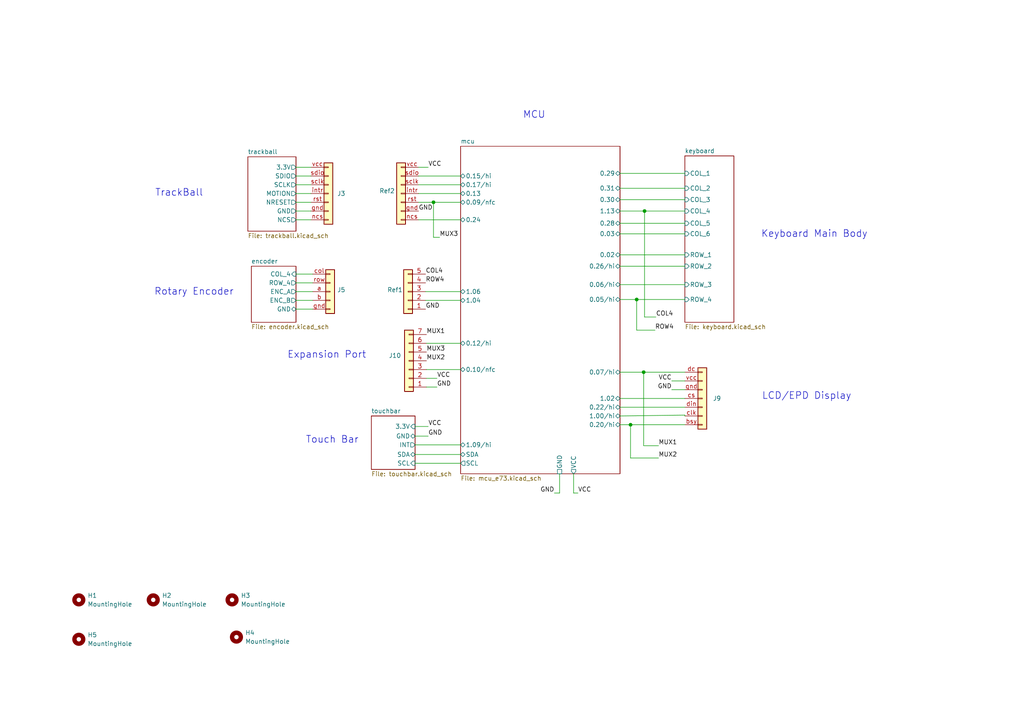
<source format=kicad_sch>
(kicad_sch (version 20211123) (generator eeschema)
  (paper "A4")
  (lib_symbols
    (symbol "Conn_01x05_1" (pin_names (offset 1.016) hide)
      (property "Reference" "J5" (at -1.016 3.302 0))
      (symbol "Conn_01x05_1_1_1"
        (rectangle (start -1.27 -4.953) (end 0 -5.207) (stroke (width 0.1524)))
        (rectangle (start -1.27 -2.413) (end 0 -2.667) (stroke (width 0.1524)))
        (rectangle (start -1.27 0.127) (end 0 -0.127) (stroke (width 0.1524)))
        (rectangle (start -1.27 2.667) (end 0 2.413) (stroke (width 0.1524)))
        (rectangle (start -1.27 5.207) (end 0 4.953) (stroke (width 0.1524)))
        (rectangle (start -1.27 6.35) (end 1.27 -6.35) (stroke (width 0.254)) (fill (type background)))
        (pin passive line (at -5.08 0 0) (length 3.81) (name "a") (number "a"))
        (pin passive line (at -5.08 -2.54 0) (length 3.81) (name "b") (number "b"))
        (pin passive line (at -5.08 5.08 0) (length 3.81) (name "col") (number "col"))
        (pin passive line (at -5.08 -5.08 0) (length 3.81) (name "gnd") (number "gnd"))
        (pin passive line (at -5.08 2.54 0) (length 3.81) (name "row") (number "row"))
      )
    )
    (symbol "Conn_01x07_1" (pin_names (offset 1.016) hide)
      (property "Reference" "J3" (at 2.54 1.2701 0))
      (property "Value" "Conn_01x07" (at 2.54 -1.2699 0))
      (symbol "Conn_01x07_1_1_1"
        (rectangle (start -1.27 -7.493) (end 0 -7.747) (stroke (width 0.1524)))
        (rectangle (start -1.27 -4.953) (end 0 -5.207) (stroke (width 0.1524)))
        (rectangle (start -1.27 -2.413) (end 0 -2.667) (stroke (width 0.1524)))
        (rectangle (start -1.27 0.127) (end 0 -0.127) (stroke (width 0.1524)))
        (rectangle (start -1.27 2.667) (end 0 2.413) (stroke (width 0.1524)))
        (rectangle (start -1.27 5.207) (end 0 4.953) (stroke (width 0.1524)))
        (rectangle (start -1.27 7.747) (end 0 7.493) (stroke (width 0.1524)))
        (rectangle (start -1.27 8.89) (end 1.27 -8.89) (stroke (width 0.254)) (fill (type background)))
        (pin passive line (at -5.08 -5.08 0) (length 3.81) (name "gnd") (number "gnd"))
        (pin passive line (at -5.08 0 0) (length 3.81) (name "motion") (number "intr"))
        (pin passive line (at -5.08 -7.62 0) (length 3.81) (name "ncs") (number "ncs"))
        (pin passive line (at -5.08 -2.54 0) (length 3.81) (name "rst") (number "rst"))
        (pin passive line (at -5.08 2.54 0) (length 3.81) (name "sclk") (number "sclk"))
        (pin passive line (at -5.08 5.08 0) (length 3.81) (name "sdio") (number "sdio"))
        (pin passive line (at -5.08 7.62 0) (length 3.81) (name "vcc") (number "vcc"))
      )
    )
    (symbol "Conn_01x07_2" (pin_names (offset 1.016) hide)
      (property "Reference" "Ref2" (at -2.54 13.97 0))
      (symbol "Conn_01x07_2_1_1"
        (rectangle (start -1.27 -7.493) (end 0 -7.747) (stroke (width 0.1524)))
        (rectangle (start -1.27 -4.953) (end 0 -5.207) (stroke (width 0.1524)))
        (rectangle (start -1.27 -2.413) (end 0 -2.667) (stroke (width 0.1524)))
        (rectangle (start -1.27 0.127) (end 0 -0.127) (stroke (width 0.1524)))
        (rectangle (start -1.27 2.667) (end 0 2.413) (stroke (width 0.1524)))
        (rectangle (start -1.27 5.207) (end 0 4.953) (stroke (width 0.1524)))
        (rectangle (start -1.27 7.747) (end 0 7.493) (stroke (width 0.1524)))
        (rectangle (start -1.27 8.89) (end 1.27 -8.89) (stroke (width 0.254)) (fill (type background)))
        (pin passive line (at -5.08 5.08 0) (length 3.81) (name "gnd") (number "gnd"))
        (pin passive line (at -5.08 0 0) (length 3.81) (name "motion") (number "intr"))
        (pin passive line (at -5.08 7.62 0) (length 3.81) (name "ncs") (number "ncs"))
        (pin passive line (at -5.08 2.54 0) (length 3.81) (name "rst") (number "rst"))
        (pin passive line (at -5.08 -2.54 0) (length 3.81) (name "sclk") (number "sclk"))
        (pin passive line (at -5.08 -5.08 0) (length 3.81) (name "sdio") (number "sdio"))
        (pin passive line (at -5.08 -7.62 0) (length 3.81) (name "vcc") (number "vcc"))
      )
    )
    (symbol "Connector_Generic:Conn_01x05" (pin_names (offset 1.016) hide)
      (property "Reference" "J" (at 0 7.62 0))
      (property "Value" "Conn_01x05" (at 0 -7.62 0))
      (symbol "Conn_01x05_1_1"
        (rectangle (start -1.27 -4.953) (end 0 -5.207) (stroke (width 0.1524)))
        (rectangle (start -1.27 -2.413) (end 0 -2.667) (stroke (width 0.1524)))
        (rectangle (start -1.27 0.127) (end 0 -0.127) (stroke (width 0.1524)))
        (rectangle (start -1.27 2.667) (end 0 2.413) (stroke (width 0.1524)))
        (rectangle (start -1.27 5.207) (end 0 4.953) (stroke (width 0.1524)))
        (rectangle (start -1.27 6.35) (end 1.27 -6.35) (stroke (width 0.254)) (fill (type background)))
        (pin passive line (at -5.08 5.08 0) (length 3.81) (name "Pin_1") (number "1"))
        (pin passive line (at -5.08 2.54 0) (length 3.81) (name "Pin_2") (number "2"))
        (pin passive line (at -5.08 0 0) (length 3.81) (name "Pin_3") (number "3"))
        (pin passive line (at -5.08 -2.54 0) (length 3.81) (name "Pin_4") (number "4"))
        (pin passive line (at -5.08 -5.08 0) (length 3.81) (name "Pin_5") (number "5"))
      )
    )
    (symbol "Connector_Generic:Conn_01x07" (pin_names (offset 1.016) hide)
      (property "Reference" "J" (at 0 10.16 0))
      (property "Value" "Conn_01x07" (at 0 -10.16 0))
      (symbol "Conn_01x07_1_1"
        (rectangle (start -1.27 -7.493) (end 0 -7.747) (stroke (width 0.1524)))
        (rectangle (start -1.27 -4.953) (end 0 -5.207) (stroke (width 0.1524)))
        (rectangle (start -1.27 -2.413) (end 0 -2.667) (stroke (width 0.1524)))
        (rectangle (start -1.27 0.127) (end 0 -0.127) (stroke (width 0.1524)))
        (rectangle (start -1.27 2.667) (end 0 2.413) (stroke (width 0.1524)))
        (rectangle (start -1.27 5.207) (end 0 4.953) (stroke (width 0.1524)))
        (rectangle (start -1.27 7.747) (end 0 7.493) (stroke (width 0.1524)))
        (rectangle (start -1.27 8.89) (end 1.27 -8.89) (stroke (width 0.254)) (fill (type background)))
        (pin passive line (at -5.08 7.62 0) (length 3.81) (name "Pin_1") (number "1"))
        (pin passive line (at -5.08 5.08 0) (length 3.81) (name "Pin_2") (number "2"))
        (pin passive line (at -5.08 2.54 0) (length 3.81) (name "Pin_3") (number "3"))
        (pin passive line (at -5.08 0 0) (length 3.81) (name "Pin_4") (number "4"))
        (pin passive line (at -5.08 -2.54 0) (length 3.81) (name "Pin_5") (number "5"))
        (pin passive line (at -5.08 -5.08 0) (length 3.81) (name "Pin_6") (number "6"))
        (pin passive line (at -5.08 -7.62 0) (length 3.81) (name "Pin_7") (number "7"))
      )
    )
    (symbol "Mechanical:MountingHole" (pin_names (offset 1.016))
      (property "Reference" "H" (at 0 5.08 0))
      (property "Value" "MountingHole" (at 0 3.175 0))
      (symbol "MountingHole_0_1"
        (circle (center 0 0) (radius 1.27) (stroke (width 1.27)))
      )
    )
    (symbol "mysymbol:Conn_LCD" (pin_names (offset 1.016) hide)
      (property "Reference" "J" (at 0 10.16 0))
      (property "Value" "Conn_LCD" (at 0 -10.16 0))
      (symbol "Conn_LCD_1_1"
        (rectangle (start -1.27 -7.493) (end 0 -7.747) (stroke (width 0.1524)))
        (rectangle (start -1.27 -4.953) (end 0 -5.207) (stroke (width 0.1524)))
        (rectangle (start -1.27 -2.413) (end 0 -2.667) (stroke (width 0.1524)))
        (rectangle (start -1.27 0.127) (end 0 -0.127) (stroke (width 0.1524)))
        (rectangle (start -1.27 2.667) (end 0 2.413) (stroke (width 0.1524)))
        (rectangle (start -1.27 5.207) (end 0 4.953) (stroke (width 0.1524)))
        (rectangle (start -1.27 7.747) (end 0 7.493) (stroke (width 0.1524)))
        (rectangle (start -1.27 8.89) (end 1.27 -8.89) (stroke (width 0.254)) (fill (type background)))
        (pin passive line (at -5.08 -7.62 0) (length 3.81) (name "bsy") (number "bsy"))
        (pin passive line (at -5.08 -5.08 0) (length 3.81) (name "clk") (number "clk"))
        (pin passive line (at -5.08 0 0) (length 3.81) (name "cs") (number "cs"))
        (pin passive line (at -5.08 7.62 0) (length 3.81) (name "dc") (number "dc"))
        (pin passive line (at -5.08 -2.54 0) (length 3.81) (name "din") (number "din"))
        (pin passive line (at -5.08 2.54 0) (length 3.81) (name "gnd") (number "gnd"))
        (pin passive line (at -5.08 5.08 0) (length 3.81) (name "vcc") (number "vcc"))
      )
    )
  )
  (junction (at 186.69 107.95))
  (junction (at 182.88 123.19))
  (junction (at 184.658 86.868))
  (junction (at 186.944 61.214))
  (junction (at 125.73 58.674))
  (wire (pts (xy 194.818 113.03) (xy 198.628 113.03)))
  (wire (pts (xy 85.852 82.042) (xy 90.678 82.042)))
  (wire (pts (xy 194.818 110.49) (xy 198.628 110.49)))
  (wire (pts (xy 179.832 115.57) (xy 198.628 115.57)))
  (wire (pts (xy 179.832 64.77) (xy 198.628 64.77)))
  (wire (pts (xy 179.832 82.55) (xy 198.628 82.55)))
  (wire (pts (xy 179.832 50.292) (xy 198.628 50.292)))
  (wire (pts (xy 120.396 131.826) (xy 133.604 131.826)))
  (wire (pts (xy 127.508 68.834) (xy 125.73 68.834)))
  (wire (pts (xy 121.412 53.594) (xy 133.604 53.594)))
  (wire (pts (xy 198.628 120.396) (xy 198.628 120.65)))
  (wire (pts (xy 198.628 123.19) (xy 182.88 123.19)))
  (wire (pts (xy 85.852 56.134) (xy 90.17 56.134)))
  (wire (pts (xy 125.73 58.674) (xy 133.604 58.674)))
  (wire (pts (xy 120.396 129.032) (xy 133.604 129.032)))
  (wire (pts (xy 125.73 58.674) (xy 125.73 68.834)))
  (wire (pts (xy 179.832 120.65) (xy 198.628 120.396)))
  (wire (pts (xy 121.412 48.514) (xy 124.206 48.514)))
  (wire (pts (xy 85.852 84.582) (xy 90.678 84.582)))
  (wire (pts (xy 85.852 79.502) (xy 90.678 79.502)))
  (wire (pts (xy 85.852 89.662) (xy 90.678 89.662)))
  (wire (pts (xy 162.306 143.002) (xy 160.782 143.002)))
  (wire (pts (xy 182.88 123.19) (xy 179.832 123.19)))
  (wire (pts (xy 120.396 126.492) (xy 124.206 126.492)))
  (wire (pts (xy 162.306 137.414) (xy 162.306 143.002)))
  (wire (pts (xy 120.396 134.366) (xy 133.604 134.366)))
  (wire (pts (xy 123.698 99.568) (xy 133.604 99.568)))
  (wire (pts (xy 189.992 95.758) (xy 184.658 95.758)))
  (wire (pts (xy 121.412 58.674) (xy 125.73 58.674)))
  (wire (pts (xy 121.412 56.134) (xy 133.604 56.134)))
  (wire (pts (xy 198.628 118.11) (xy 179.832 118.11)))
  (wire (pts (xy 166.37 143.002) (xy 167.64 143.002)))
  (wire (pts (xy 85.852 58.674) (xy 90.17 58.674)))
  (wire (pts (xy 186.69 129.286) (xy 186.69 107.95)))
  (wire (pts (xy 85.852 61.214) (xy 90.17 61.214)))
  (wire (pts (xy 184.658 95.758) (xy 184.658 86.868)))
  (wire (pts (xy 85.852 48.514) (xy 90.17 48.514)))
  (wire (pts (xy 85.852 63.754) (xy 90.17 63.754)))
  (wire (pts (xy 186.944 91.948) (xy 186.944 61.214)))
  (wire (pts (xy 186.944 61.214) (xy 198.628 61.214)))
  (wire (pts (xy 121.412 51.054) (xy 133.604 51.054)))
  (wire (pts (xy 182.88 132.842) (xy 182.88 123.19)))
  (wire (pts (xy 186.69 107.95) (xy 198.628 107.95)))
  (wire (pts (xy 179.832 57.912) (xy 198.628 57.912)))
  (wire (pts (xy 123.444 87.122) (xy 133.604 87.122)))
  (wire (pts (xy 123.698 109.728) (xy 126.746 109.728)))
  (wire (pts (xy 179.832 54.61) (xy 198.628 54.61)))
  (wire (pts (xy 123.444 84.582) (xy 133.604 84.582)))
  (wire (pts (xy 85.852 53.594) (xy 90.17 53.594)))
  (wire (pts (xy 123.698 107.188) (xy 133.604 107.188)))
  (wire (pts (xy 191.008 132.842) (xy 182.88 132.842)))
  (wire (pts (xy 179.832 77.216) (xy 198.628 77.216)))
  (wire (pts (xy 179.832 67.818) (xy 198.628 67.818)))
  (wire (pts (xy 191.008 129.286) (xy 186.69 129.286)))
  (wire (pts (xy 184.658 86.868) (xy 198.628 86.868)))
  (wire (pts (xy 120.396 123.698) (xy 124.206 123.698)))
  (wire (pts (xy 179.832 61.214) (xy 186.944 61.214)))
  (wire (pts (xy 179.832 86.868) (xy 184.658 86.868)))
  (wire (pts (xy 190.246 91.948) (xy 186.944 91.948)))
  (wire (pts (xy 123.698 112.268) (xy 126.746 112.268)))
  (wire (pts (xy 85.852 87.122) (xy 90.678 87.122)))
  (wire (pts (xy 121.412 63.754) (xy 133.604 63.754)))
  (wire (pts (xy 179.832 73.914) (xy 198.628 73.914)))
  (wire (pts (xy 166.37 137.414) (xy 166.37 143.002)))
  (wire (pts (xy 179.832 107.95) (xy 186.69 107.95)))
  (wire (pts (xy 85.852 51.054) (xy 90.17 51.054)))
  (text "Touch Bar" (at 88.646 128.778 0) (effects (font (size 2 2)) (justify left bottom)))
  (text "Rotary Encoder" (at 44.704 85.852 0) (effects (font (size 2 2)) (justify left bottom)))
  (text "LCD/EPD Display" (at 220.98 116.078 0) (effects (font (size 2 2)) (justify left bottom)))
  (text "Keyboard Main Body" (at 220.726 69.088 0) (effects (font (size 2 2)) (justify left bottom)))
  (text "Expansion Port" (at 83.312 104.14 0) (effects (font (size 2 2)) (justify left bottom)))
  (text "TrackBall" (at 44.958 57.15 0) (effects (font (size 2 2)) (justify left bottom)))
  (text "MCU" (at 151.638 34.544 0) (effects (font (size 2 2)) (justify left bottom)))
  (label "MUX3" (at 123.698 102.108 0))
  (label "MUX2" (at 191.008 132.842 0))
  (label "MUX3" (at 127.508 68.834 0))
  (label "VCC" (at 167.64 143.002 0))
  (label "VCC" (at 126.746 109.728 0))
  (label "GND" (at 194.818 113.03 180))
  (label "VCC" (at 124.206 123.698 0))
  (label "MUX1" (at 191.008 129.286 0))
  (label "GND" (at 123.444 89.662 0))
  (label "ROW4" (at 189.992 95.758 0))
  (label "ROW4" (at 123.444 82.042 0))
  (label "MUX1" (at 123.698 97.028 0))
  (label "GND" (at 160.782 143.002 180))
  (label "GND" (at 121.412 61.214 0))
  (label "GND" (at 124.206 126.492 0))
  (label "GND" (at 126.746 112.268 0))
  (label "VCC" (at 124.206 48.514 0))
  (label "COL4" (at 123.444 79.502 0))
  (label "MUX2" (at 123.698 104.648 0))
  (label "COL4" (at 190.246 91.948 0))
  (label "VCC" (at 194.818 110.49 180))
  (symbol (lib_name "Conn_01x07_2") (lib_id "Connector_Generic:Conn_01x07") (at 116.332 56.134 180) (unit 1) (in_bom no)
    (property "Reference" "Ref2" (at 112.268 55.372 0))
    (property "Value" "Conn_1x07" (effects hide))
    (property "Footprint" "mylib:PMW3610-Ref" (effects hide))
  )
  (symbol (lib_id "Mechanical:MountingHole") (at 22.86 173.99 0) (unit 1) (in_bom no)
    (property "Reference" "H1" (at 25.4 172.7199 0) (effects (justify left)))
    (property "Value" "MountingHole" (at 25.4 175.2599 0) (effects (justify left)))
    (property "Footprint" "MountingHole:MountingHole_3.2mm_M3_DIN965" (effects hide))
  )
  (symbol (lib_id "Connector_Generic:Conn_01x07") (at 118.618 104.648 180) (unit 1)
    (property "Reference" "J10" (at 114.554 103.124 0))
    (property "Value" "Conn_01x07" (effects hide))
    (property "Footprint" "mylib:Magnetic-PogoPin-1x07-Male" (effects hide))
  )
  (symbol (lib_id "mysymbol:Conn_LCD") (at 203.708 115.57 0) (unit 1)
    (property "Reference" "J9" (at 206.756 115.5699 0) (effects (justify left)))
    (property "Value" "Conn_Display_general" (effects hide))
    (property "Footprint" "mylib:Conn_Display_MountHole" (effects hide))
  )
  (symbol (lib_id "Connector_Generic:Conn_01x05") (at 118.364 84.582 180) (unit 1)
    (property "Reference" "Ref1" (at 114.554 84.074 0))
    (property "Value" "Conn_01x05" (effects hide))
    (property "Footprint" "mylib:Panasonic_EVQWGD001_Ref" (effects hide))
  )
  (symbol (lib_name "Conn_01x05_1") (lib_id "Connector_Generic:Conn_01x05") (at 95.758 84.582 0) (unit 1) (in_bom no)
    (property "Reference" "J5" (at 97.79 84.074 0) (effects (justify left)))
    (property "Value" "Conn_01x05" (effects hide))
    (property "Footprint" "mylib:Panasonic_EVQWGD001_Ref_Male" (effects hide))
  )
  (symbol (lib_id "Mechanical:MountingHole") (at 22.86 185.42 0) (unit 1) (in_bom no)
    (property "Reference" "H5" (at 25.4 184.1499 0) (effects (justify left)))
    (property "Value" "MountingHole" (at 25.4 186.6899 0) (effects (justify left)))
    (property "Footprint" "MountingHole:MountingHole_3.2mm_M3_DIN965" (effects hide))
  )
  (symbol (lib_id "Mechanical:MountingHole") (at 44.45 173.99 0) (unit 1) (in_bom no)
    (property "Reference" "H2" (at 46.99 172.7199 0) (effects (justify left)))
    (property "Value" "MountingHole" (at 46.99 175.2599 0) (effects (justify left)))
    (property "Footprint" "MountingHole:MountingHole_3.2mm_M3_DIN965" (effects hide))
  )
  (symbol (lib_id "Mechanical:MountingHole") (at 68.58 184.785 0) (unit 1) (in_bom no)
    (property "Reference" "H4" (at 71.12 183.5149 0) (effects (justify left)))
    (property "Value" "MountingHole" (at 71.12 186.0549 0) (effects (justify left)))
    (property "Footprint" "MountingHole:MountingHole_3.2mm_M3_DIN965" (effects hide))
  )
  (symbol (lib_id "Mechanical:MountingHole") (at 67.31 173.99 0) (unit 1) (in_bom no)
    (property "Reference" "H3" (at 69.85 172.7199 0) (effects (justify left)))
    (property "Value" "MountingHole" (at 69.85 175.2599 0) (effects (justify left)))
    (property "Footprint" "MountingHole:MountingHole_3.2mm_M3_DIN965" (effects hide))
  )
  (symbol (lib_name "Conn_01x07_1") (lib_id "Connector_Generic:Conn_01x07") (at 95.25 56.134 0) (unit 1) (in_bom no)
    (property "Reference" "J3" (at 97.79 56.1339 0) (effects (justify left)))
    (property "Value" "Conn_01x07" (effects hide))
    (property "Footprint" "mylib:PMW3610-Ref-Male" (effects hide))
  )
  (sheet (at 71.882 45.466) (size 13.97 21.59) (stroke (width 0.1524))
    (property "Sheet name" "trackball" (at 71.882 44.7544 0) (effects (justify left bottom)))
    (property "Sheet file" "trackball.kicad_sch" (at 71.882 67.6406 0) (effects (justify left top)))
    (pin "NCS" output (at 85.852 63.754 0))
    (pin "3.3V" output (at 85.852 48.514 0))
    (pin "GND" output (at 85.852 61.214 0))
    (pin "NRESET" output (at 85.852 58.674 0))
    (pin "SDIO" output (at 85.852 51.054 0))
    (pin "SCLK" output (at 85.852 53.594 0))
    (pin "MOTION" output (at 85.852 56.134 0))
  )
  (sheet (at 107.696 120.65) (size 12.7 15.494) (stroke (width 0.1524))
    (property "Sheet name" "touchbar" (at 107.696 119.9384 0) (effects (justify left bottom)))
    (property "Sheet file" "touchbar.kicad_sch" (at 107.696 136.7286 0) (effects (justify left top)))
    (pin "GND" bidirectional (at 120.396 126.492 0))
    (pin "INT" output (at 120.396 129.032 0))
    (pin "SDA" bidirectional (at 120.396 131.826 0))
    (pin "SCL" input (at 120.396 134.366 0))
    (pin "3.3V" input (at 120.396 123.698 0))
  )
  (sheet (at 198.628 45.212) (size 14.224 48.26) (stroke (width 0.1524))
    (property "Sheet name" "keyboard" (at 198.628 44.5004 0) (effects (justify left bottom)))
    (property "Sheet file" "keyboard.kicad_sch" (at 198.628 94.0566 0) (effects (justify left top)))
    (pin "COL_4" input (at 198.628 61.214 180))
    (pin "COL_1" input (at 198.628 50.292 180))
    (pin "COL_2" input (at 198.628 54.61 180))
    (pin "COL_3" input (at 198.628 57.912 180))
    (pin "COL_5" input (at 198.628 64.77 180))
    (pin "ROW_1" input (at 198.628 73.914 180))
    (pin "ROW_4" input (at 198.628 86.868 180))
    (pin "ROW_2" input (at 198.628 77.216 180))
    (pin "ROW_3" input (at 198.628 82.55 180))
    (pin "COL_6" input (at 198.628 67.818 180))
  )
  (sheet (at 133.604 42.418) (size 46.228 94.996) (stroke (width 0.1524))
    (property "Sheet name" "mcu" (at 133.604 41.7064 0) (effects (justify left bottom)))
    (property "Sheet file" "mcu_e73.kicad_sch" (at 133.604 137.9986 0) (effects (justify left top)))
    (pin "VCC" output (at 166.37 137.414 270))
    (pin "GND" passive (at 162.306 137.414 270))
    (pin "0.26{slash}hi" bidirectional (at 179.832 77.216 0))
    (pin "0.06{slash}hi" bidirectional (at 179.832 82.55 0))
    (pin "0.30" bidirectional (at 179.832 57.912 0))
    (pin "0.31" bidirectional (at 179.832 54.61 0))
    (pin "0.17{slash}hi" bidirectional (at 133.604 53.594 180))
    (pin "0.15{slash}hi" bidirectional (at 133.604 51.054 180))
    (pin "1.09{slash}hi" bidirectional (at 133.604 129.032 180))
    (pin "0.05{slash}hi" bidirectional (at 179.832 86.868 0))
    (pin "0.22{slash}hi" bidirectional (at 179.832 118.11 0))
    (pin "0.20{slash}hi" bidirectional (at 179.832 123.19 0))
    (pin "1.06" bidirectional (at 133.604 84.582 180))
    (pin "1.00{slash}hi" bidirectional (at 179.832 120.65 0))
    (pin "0.07{slash}hi" bidirectional (at 179.832 107.95 0))
    (pin "0.03" bidirectional (at 179.832 67.818 0))
    (pin "0.28" bidirectional (at 179.832 64.77 0))
    (pin "1.13" bidirectional (at 179.832 61.214 0))
    (pin "0.02" bidirectional (at 179.832 73.914 0))
    (pin "0.29" bidirectional (at 179.832 50.292 0))
    (pin "1.02" bidirectional (at 179.832 115.57 0))
    (pin "1.04" bidirectional (at 133.604 87.122 180))
    (pin "0.09{slash}nfc" bidirectional (at 133.604 58.674 180))
    (pin "0.10{slash}nfc" bidirectional (at 133.604 107.188 180))
    (pin "0.24" bidirectional (at 133.604 63.754 180))
    (pin "0.13" bidirectional (at 133.604 56.134 180))
    (pin "SCL" output (at 133.604 134.366 180))
    (pin "SDA" bidirectional (at 133.604 131.826 180))
    (pin "0.12{slash}hi" bidirectional (at 133.604 99.568 180))
  )
  (sheet (at 72.898 77.216) (size 12.954 16.256) (stroke (width 0.1524))
    (property "Sheet name" "encoder" (at 72.898 76.5044 0) (effects (justify left bottom)))
    (property "Sheet file" "encoder.kicad_sch" (at 72.898 94.0566 0) (effects (justify left top)))
    (pin "ROW_4" output (at 85.852 82.042 0))
    (pin "GND" bidirectional (at 85.852 89.662 0))
    (pin "ENC_A" output (at 85.852 84.582 0))
    (pin "ENC_B" output (at 85.852 87.122 0))
    (pin "COL_4" input (at 85.852 79.502 0))
  )
)
</source>
